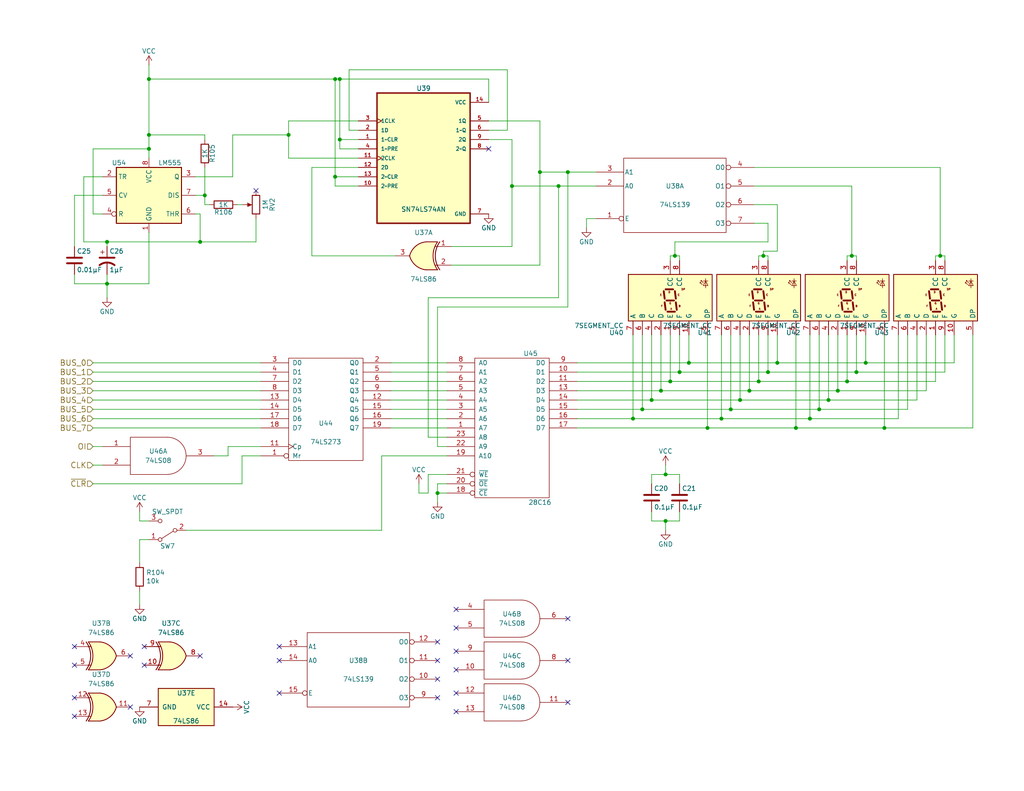
<source format=kicad_sch>
(kicad_sch (version 20230121) (generator eeschema)
  (paper "USLetter")
  (lib_symbols
    (symbol "74xx:74LS86" (pin_names (offset 1.016))
      (property "Reference" "U" (at 0 1.27 0))
      (property "Value" "74LS86" (at 0 -1.27 0))
      (symbol "74LS86_1_0"
        (arc (start -4.4196 -3.81) (mid -3.2033 0) (end -4.4196 3.81) (stroke (width 0.254)))
        (arc (start -3.81 -3.81) (mid -2.589 0) (end -3.81 3.81) (stroke (width 0.254)))
        (arc (start -0.6096 -3.81) (mid 2.1842 -2.5851) (end 3.81 0) (stroke (width 0.254)) (fill (type background)))
        (polyline (pts (xy -3.81 -3.81) (xy -0.635 -3.81)) (stroke (width 0.254)) (fill (type background)))
        (polyline (pts (xy -3.81 3.81) (xy -0.635 3.81)) (stroke (width 0.254)) (fill (type background)))
        (polyline (pts (xy -0.635 3.81) (xy -3.81 3.81) (xy -3.81 3.81) (xy -3.556 3.4036) (xy -3.0226 2.2606) (xy -2.6924 1.0414) (xy -2.6162 -0.254) (xy -2.7686 -1.4986) (xy -3.175 -2.7178) (xy -3.81 -3.81) (xy -3.81 -3.81) (xy -0.635 -3.81)) (stroke (width -25.4)) (fill (type background)))
        (arc (start 3.81 0) (mid 2.1915 2.5936) (end -0.6096 3.81) (stroke (width 0.254)) (fill (type background)))
        (pin input line (at -7.62 2.54 0) (length 4.445) (name "~") (number "1"))
        (pin input line (at -7.62 -2.54 0) (length 4.445) (name "~") (number "2"))
        (pin output line (at 7.62 0 180) (length 3.81) (name "~") (number "3"))
      )
      (symbol "74LS86_1_1"
        (polyline (pts (xy -3.81 -2.54) (xy -3.175 -2.54)) (stroke (width 0.1524)))
        (polyline (pts (xy -3.81 2.54) (xy -3.175 2.54)) (stroke (width 0.1524)))
      )
      (symbol "74LS86_2_0"
        (arc (start -4.4196 -3.81) (mid -3.2033 0) (end -4.4196 3.81) (stroke (width 0.254)))
        (arc (start -3.81 -3.81) (mid -2.589 0) (end -3.81 3.81) (stroke (width 0.254)))
        (arc (start -0.6096 -3.81) (mid 2.1842 -2.5851) (end 3.81 0) (stroke (width 0.254)) (fill (type background)))
        (polyline (pts (xy -3.81 -3.81) (xy -0.635 -3.81)) (stroke (width 0.254)) (fill (type background)))
        (polyline (pts (xy -3.81 3.81) (xy -0.635 3.81)) (stroke (width 0.254)) (fill (type background)))
        (polyline (pts (xy -0.635 3.81) (xy -3.81 3.81) (xy -3.81 3.81) (xy -3.556 3.4036) (xy -3.0226 2.2606) (xy -2.6924 1.0414) (xy -2.6162 -0.254) (xy -2.7686 -1.4986) (xy -3.175 -2.7178) (xy -3.81 -3.81) (xy -3.81 -3.81) (xy -0.635 -3.81)) (stroke (width -25.4)) (fill (type background)))
        (arc (start 3.81 0) (mid 2.1915 2.5936) (end -0.6096 3.81) (stroke (width 0.254)) (fill (type background)))
        (pin input line (at -7.62 2.54 0) (length 4.445) (name "~") (number "4"))
        (pin input line (at -7.62 -2.54 0) (length 4.445) (name "~") (number "5"))
        (pin output line (at 7.62 0 180) (length 3.81) (name "~") (number "6"))
      )
      (symbol "74LS86_2_1"
        (polyline (pts (xy -3.81 -2.54) (xy -3.175 -2.54)) (stroke (width 0.1524)))
        (polyline (pts (xy -3.81 2.54) (xy -3.175 2.54)) (stroke (width 0.1524)))
      )
      (symbol "74LS86_3_0"
        (arc (start -4.4196 -3.81) (mid -3.2033 0) (end -4.4196 3.81) (stroke (width 0.254)))
        (arc (start -3.81 -3.81) (mid -2.589 0) (end -3.81 3.81) (stroke (width 0.254)))
        (arc (start -0.6096 -3.81) (mid 2.1842 -2.5851) (end 3.81 0) (stroke (width 0.254)) (fill (type background)))
        (polyline (pts (xy -3.81 -3.81) (xy -0.635 -3.81)) (stroke (width 0.254)) (fill (type background)))
        (polyline (pts (xy -3.81 3.81) (xy -0.635 3.81)) (stroke (width 0.254)) (fill (type background)))
        (polyline (pts (xy -0.635 3.81) (xy -3.81 3.81) (xy -3.81 3.81) (xy -3.556 3.4036) (xy -3.0226 2.2606) (xy -2.6924 1.0414) (xy -2.6162 -0.254) (xy -2.7686 -1.4986) (xy -3.175 -2.7178) (xy -3.81 -3.81) (xy -3.81 -3.81) (xy -0.635 -3.81)) (stroke (width -25.4)) (fill (type background)))
        (arc (start 3.81 0) (mid 2.1915 2.5936) (end -0.6096 3.81) (stroke (width 0.254)) (fill (type background)))
        (pin input line (at -7.62 -2.54 0) (length 4.445) (name "~") (number "10"))
        (pin output line (at 7.62 0 180) (length 3.81) (name "~") (number "8"))
        (pin input line (at -7.62 2.54 0) (length 4.445) (name "~") (number "9"))
      )
      (symbol "74LS86_3_1"
        (polyline (pts (xy -3.81 -2.54) (xy -3.175 -2.54)) (stroke (width 0.1524)))
        (polyline (pts (xy -3.81 2.54) (xy -3.175 2.54)) (stroke (width 0.1524)))
      )
      (symbol "74LS86_4_0"
        (arc (start -4.4196 -3.81) (mid -3.2033 0) (end -4.4196 3.81) (stroke (width 0.254)))
        (arc (start -3.81 -3.81) (mid -2.589 0) (end -3.81 3.81) (stroke (width 0.254)))
        (arc (start -0.6096 -3.81) (mid 2.1842 -2.5851) (end 3.81 0) (stroke (width 0.254)) (fill (type background)))
        (polyline (pts (xy -3.81 -3.81) (xy -0.635 -3.81)) (stroke (width 0.254)) (fill (type background)))
        (polyline (pts (xy -3.81 3.81) (xy -0.635 3.81)) (stroke (width 0.254)) (fill (type background)))
        (polyline (pts (xy -0.635 3.81) (xy -3.81 3.81) (xy -3.81 3.81) (xy -3.556 3.4036) (xy -3.0226 2.2606) (xy -2.6924 1.0414) (xy -2.6162 -0.254) (xy -2.7686 -1.4986) (xy -3.175 -2.7178) (xy -3.81 -3.81) (xy -3.81 -3.81) (xy -0.635 -3.81)) (stroke (width -25.4)) (fill (type background)))
        (arc (start 3.81 0) (mid 2.1915 2.5936) (end -0.6096 3.81) (stroke (width 0.254)) (fill (type background)))
        (pin output line (at 7.62 0 180) (length 3.81) (name "~") (number "11"))
        (pin input line (at -7.62 2.54 0) (length 4.445) (name "~") (number "12"))
        (pin input line (at -7.62 -2.54 0) (length 4.445) (name "~") (number "13"))
      )
      (symbol "74LS86_4_1"
        (polyline (pts (xy -3.81 -2.54) (xy -3.175 -2.54)) (stroke (width 0.1524)))
        (polyline (pts (xy -3.81 2.54) (xy -3.175 2.54)) (stroke (width 0.1524)))
      )
      (symbol "74LS86_5_0"
        (pin power_in line (at 0 12.7 270) (length 5.08) (name "VCC") (number "14"))
        (pin power_in line (at 0 -12.7 90) (length 5.08) (name "GND") (number "7"))
      )
      (symbol "74LS86_5_1"
        (rectangle (start -5.08 7.62) (end 5.08 -7.62) (stroke (width 0.254)) (fill (type background)))
      )
    )
    (symbol "8bit-computer-rescue:28C16-8bit-computer-rescue" (pin_names (offset 1.016))
      (property "Reference" "U" (at 5.08 20.32 0))
      (property "Value" "8bit-computer-rescue:28C16" (at 7.62 -20.32 0))
      (symbol "28C16-8bit-computer-rescue_0_0"
        (pin power_in line (at 0 -20.32 90) (length 1.27) hide (name "GND") (number "12"))
        (pin power_in line (at 0 20.32 270) (length 1.27) hide (name "VCC") (number "24"))
      )
      (symbol "28C16-8bit-computer-rescue_0_1"
        (rectangle (start -10.16 19.05) (end 10.16 -19.05))
      )
      (symbol "28C16-8bit-computer-rescue_1_1"
        (pin input line (at -17.78 0 0) (length 7.62) (name "A7") (number "1"))
        (pin tri_state line (at 17.78 15.24 180) (length 7.62) (name "D1") (number "10"))
        (pin tri_state line (at 17.78 12.7 180) (length 7.62) (name "D2") (number "11"))
        (pin tri_state line (at 17.78 10.16 180) (length 7.62) (name "D3") (number "13"))
        (pin tri_state line (at 17.78 7.62 180) (length 7.62) (name "D4") (number "14"))
        (pin tri_state line (at 17.78 5.08 180) (length 7.62) (name "D5") (number "15"))
        (pin tri_state line (at 17.78 2.54 180) (length 7.62) (name "D6") (number "16"))
        (pin tri_state line (at 17.78 0 180) (length 7.62) (name "D7") (number "17"))
        (pin input inverted (at -17.78 -17.78 0) (length 7.62) (name "~{CE}") (number "18"))
        (pin input line (at -17.78 -7.62 0) (length 7.62) (name "A10") (number "19"))
        (pin input line (at -17.78 2.54 0) (length 7.62) (name "A6") (number "2"))
        (pin input inverted (at -17.78 -15.24 0) (length 7.62) (name "~{OE}") (number "20"))
        (pin input inverted (at -17.78 -12.7 0) (length 7.62) (name "~{WE}") (number "21"))
        (pin input line (at -17.78 -5.08 0) (length 7.62) (name "A9") (number "22"))
        (pin input line (at -17.78 -2.54 0) (length 7.62) (name "A8") (number "23"))
        (pin input line (at -17.78 5.08 0) (length 7.62) (name "A5") (number "3"))
        (pin input line (at -17.78 7.62 0) (length 7.62) (name "A4") (number "4"))
        (pin input line (at -17.78 10.16 0) (length 7.62) (name "A3") (number "5"))
        (pin input line (at -17.78 12.7 0) (length 7.62) (name "A2") (number "6"))
        (pin input line (at -17.78 15.24 0) (length 7.62) (name "A1") (number "7"))
        (pin input line (at -17.78 17.78 0) (length 7.62) (name "A0") (number "8"))
        (pin tri_state line (at 17.78 17.78 180) (length 7.62) (name "D0") (number "9"))
      )
    )
    (symbol "8bit-computer-rescue:74LS08-8bit-computer-rescue" (pin_names (offset 0.762))
      (property "Reference" "U" (at 0 1.27 0))
      (property "Value" "8bit-computer-rescue:74LS08" (at 0 -1.27 0))
      (symbol "74LS08-8bit-computer-rescue_0_0"
        (pin power_in line (at -5.08 5.08 90) (length 0) hide (name "VCC") (number "14"))
        (pin power_in line (at -5.08 -5.08 90) (length 0) hide (name "GND") (number "7"))
      )
      (symbol "74LS08-8bit-computer-rescue_0_1"
        (polyline (pts (xy 2.54 5.08) (xy -7.62 5.08) (xy -7.62 -5.08) (xy 2.54 -5.08)))
        (arc (start 2.5654 -5.0546) (mid 7.5947 0.0001) (end 2.5654 5.08))
      )
      (symbol "74LS08-8bit-computer-rescue_0_2"
        (arc (start -7.62 -5.0292) (mid -5.3094 0.0082) (end -7.62 5.0546))
        (arc (start 0 -5.0546) (mid 4.5632 -3.6449) (end 7.5946 0.0508))
        (polyline (pts (xy -7.62 -5.08) (xy 0 -5.08)))
        (polyline (pts (xy -7.62 5.08) (xy 0 5.08)))
        (arc (start 7.62 0) (mid 4.6132 3.6946) (end 0.0508 5.08))
      )
      (symbol "74LS08-8bit-computer-rescue_1_1"
        (pin input line (at -15.24 2.54 0) (length 7.62) (name "~") (number "1"))
        (pin input line (at -15.24 -2.54 0) (length 7.62) (name "~") (number "2"))
        (pin output line (at 15.24 0 180) (length 7.62) (name "~") (number "3"))
      )
      (symbol "74LS08-8bit-computer-rescue_1_2"
        (pin input inverted (at -15.24 2.54 0) (length 9.398) (name "~") (number "1"))
        (pin input inverted (at -15.24 -2.54 0) (length 9.398) (name "~") (number "2"))
        (pin output inverted (at 15.24 0 180) (length 7.62) (name "~") (number "3"))
      )
      (symbol "74LS08-8bit-computer-rescue_2_1"
        (pin input line (at -15.24 2.54 0) (length 7.62) (name "~") (number "4"))
        (pin input line (at -15.24 -2.54 0) (length 7.62) (name "~") (number "5"))
        (pin output line (at 15.24 0 180) (length 7.62) (name "~") (number "6"))
      )
      (symbol "74LS08-8bit-computer-rescue_2_2"
        (pin input inverted (at -15.24 2.54 0) (length 9.398) (name "~") (number "4"))
        (pin input inverted (at -15.24 -2.54 0) (length 9.398) (name "~") (number "5"))
        (pin output inverted (at 15.24 0 180) (length 7.62) (name "~") (number "6"))
      )
      (symbol "74LS08-8bit-computer-rescue_3_1"
        (pin input line (at -15.24 -2.54 0) (length 7.62) (name "~") (number "10"))
        (pin output line (at 15.24 0 180) (length 7.62) (name "~") (number "8"))
        (pin input line (at -15.24 2.54 0) (length 7.62) (name "~") (number "9"))
      )
      (symbol "74LS08-8bit-computer-rescue_3_2"
        (pin input inverted (at -15.24 -2.54 0) (length 9.398) (name "~") (number "10"))
        (pin output inverted (at 15.24 0 180) (length 7.62) (name "~") (number "8"))
        (pin input inverted (at -15.24 2.54 0) (length 9.398) (name "~") (number "9"))
      )
      (symbol "74LS08-8bit-computer-rescue_4_1"
        (pin output line (at 15.24 0 180) (length 7.62) (name "~") (number "11"))
        (pin input line (at -15.24 2.54 0) (length 7.62) (name "~") (number "12"))
        (pin input line (at -15.24 -2.54 0) (length 7.62) (name "~") (number "13"))
      )
      (symbol "74LS08-8bit-computer-rescue_4_2"
        (pin output inverted (at 15.24 0 180) (length 7.62) (name "~") (number "11"))
        (pin input inverted (at -15.24 2.54 0) (length 9.398) (name "~") (number "12"))
        (pin input inverted (at -15.24 -2.54 0) (length 9.398) (name "~") (number "13"))
      )
    )
    (symbol "8bit-computer-rescue:74LS139-8bit-computer-rescue" (pin_names (offset 0.254))
      (property "Reference" "U" (at 0 2.54 0))
      (property "Value" "8bit-computer-rescue:74LS139" (at 0 -2.54 0))
      (symbol "74LS139-8bit-computer-rescue_0_0"
        (rectangle (start -13.97 -10.16) (end 13.97 10.16))
        (pin power_in line (at -11.43 10.16 90) (length 0) hide (name "VCC") (number "16"))
        (pin power_in line (at -11.43 -10.16 90) (length 0) hide (name "GND") (number "8"))
      )
      (symbol "74LS139-8bit-computer-rescue_1_1"
        (pin input inverted (at -21.59 -6.35 0) (length 7.62) (name "E") (number "1"))
        (pin input line (at -21.59 2.54 0) (length 7.62) (name "A0") (number "2"))
        (pin input line (at -21.59 6.35 0) (length 7.62) (name "A1") (number "3"))
        (pin output inverted (at 21.59 7.62 180) (length 7.62) (name "O0") (number "4"))
        (pin output inverted (at 21.59 2.54 180) (length 7.62) (name "O1") (number "5"))
        (pin output inverted (at 21.59 -2.54 180) (length 7.62) (name "O2") (number "6"))
        (pin output inverted (at 21.59 -7.62 180) (length 7.62) (name "O3") (number "7"))
      )
      (symbol "74LS139-8bit-computer-rescue_2_1"
        (pin output inverted (at 21.59 -2.54 180) (length 7.62) (name "O2") (number "10"))
        (pin output inverted (at 21.59 2.54 180) (length 7.62) (name "O1") (number "11"))
        (pin output inverted (at 21.59 7.62 180) (length 7.62) (name "O0") (number "12"))
        (pin input line (at -21.59 6.35 0) (length 7.62) (name "A1") (number "13"))
        (pin input line (at -21.59 2.54 0) (length 7.62) (name "A0") (number "14"))
        (pin input inverted (at -21.59 -6.35 0) (length 7.62) (name "E") (number "15"))
        (pin output inverted (at 21.59 -7.62 180) (length 7.62) (name "O3") (number "9"))
      )
    )
    (symbol "8bit-computer-rescue:74LS273-8bit-computer-rescue" (pin_names (offset 1.016))
      (property "Reference" "U" (at 0 -3.81 0))
      (property "Value" "8bit-computer-rescue:74LS273" (at 0 -8.89 0))
      (symbol "74LS273-8bit-computer-rescue_0_0"
        (pin power_in line (at -7.62 -13.97 90) (length 0) hide (name "GND") (number "10"))
        (pin power_in line (at -7.62 13.97 90) (length 0) hide (name "VCC") (number "20"))
      )
      (symbol "74LS273-8bit-computer-rescue_0_1"
        (rectangle (start -10.16 13.97) (end 10.16 -13.97))
      )
      (symbol "74LS273-8bit-computer-rescue_1_1"
        (pin input inverted (at -17.78 -12.7 0) (length 7.62) (name "Mr") (number "1"))
        (pin input clock (at -17.78 -10.16 0) (length 7.62) (name "Cp") (number "11"))
        (pin output line (at 17.78 2.54 180) (length 7.62) (name "Q4") (number "12"))
        (pin input line (at -17.78 2.54 0) (length 7.62) (name "D4") (number "13"))
        (pin input line (at -17.78 0 0) (length 7.62) (name "D5") (number "14"))
        (pin output line (at 17.78 0 180) (length 7.62) (name "Q5") (number "15"))
        (pin output line (at 17.78 -2.54 180) (length 7.62) (name "Q6") (number "16"))
        (pin input line (at -17.78 -2.54 0) (length 7.62) (name "D6") (number "17"))
        (pin input line (at -17.78 -5.08 0) (length 7.62) (name "D7") (number "18"))
        (pin output line (at 17.78 -5.08 180) (length 7.62) (name "Q7") (number "19"))
        (pin output line (at 17.78 12.7 180) (length 7.62) (name "Q0") (number "2"))
        (pin input line (at -17.78 12.7 0) (length 7.62) (name "D0") (number "3"))
        (pin input line (at -17.78 10.16 0) (length 7.62) (name "D1") (number "4"))
        (pin output line (at 17.78 10.16 180) (length 7.62) (name "Q1") (number "5"))
        (pin output line (at 17.78 7.62 180) (length 7.62) (name "Q2") (number "6"))
        (pin input line (at -17.78 7.62 0) (length 7.62) (name "D2") (number "7"))
        (pin input line (at -17.78 5.08 0) (length 7.62) (name "D3") (number "8"))
        (pin output line (at 17.78 5.08 180) (length 7.62) (name "Q3") (number "9"))
      )
    )
    (symbol "8bit-computer-rescue:7SEGMENT_CC-8bit-computer-rescue" (pin_names (offset 0.635))
      (property "Reference" "U" (at -12.7 9.525 0))
      (property "Value" "8bit-computer-rescue:7SEGMENT_CC" (at -12.7 7.62 0))
      (symbol "7SEGMENT_CC-8bit-computer-rescue_0_0"
        (text "A" (at 0.254 3.048 0) (effects (font (size 0.508 0.508))))
        (text "B" (at 2.54 2.286 0) (effects (font (size 0.508 0.508))))
        (text "C" (at 2.286 -0.762 0) (effects (font (size 0.508 0.508))))
        (text "D" (at -0.254 -1.524 0) (effects (font (size 0.508 0.508))))
        (text "DP" (at 3.556 -2.286 0) (effects (font (size 0.508 0.508))))
        (text "E" (at -2.54 -0.762 0) (effects (font (size 0.508 0.508))))
        (text "F" (at -2.286 2.286 0) (effects (font (size 0.508 0.508))))
        (text "G" (at 0 1.524 0) (effects (font (size 0.508 0.508))))
      )
      (symbol "7SEGMENT_CC-8bit-computer-rescue_0_1"
        (rectangle (start -11.43 -6.35) (end 11.43 6.35) (stroke (width 0.254)) (fill (type background)))
        (polyline (pts (xy -1.524 0.254) (xy -1.778 -1.778)) (stroke (width 0.508)))
        (polyline (pts (xy -1.27 -2.286) (xy 0.762 -2.286)) (stroke (width 0.508)))
        (polyline (pts (xy -1.27 3.302) (xy -1.524 1.27)) (stroke (width 0.508)))
        (polyline (pts (xy -1.016 0.762) (xy 1.016 0.762)) (stroke (width 0.508)))
        (polyline (pts (xy -0.762 3.81) (xy 1.27 3.81)) (stroke (width 0.508)))
        (polyline (pts (xy 1.524 0.254) (xy 1.27 -1.778)) (stroke (width 0.508)))
        (polyline (pts (xy 1.778 3.302) (xy 1.524 1.27)) (stroke (width 0.508)))
        (polyline (pts (xy 2.54 -2.286) (xy 2.54 -2.286)) (stroke (width 0.508)))
        (polyline (pts (xy 8.763 -3.556) (xy 8.128 -4.191)))
        (polyline (pts (xy 9.017 -4.572) (xy 10.287 -4.572)))
        (polyline (pts (xy 9.017 -4.064) (xy 8.382 -4.699)))
        (polyline (pts (xy 9.652 -5.207) (xy 9.652 -2.667)))
        (polyline (pts (xy 8.128 -3.937) (xy 8.128 -4.191) (xy 8.382 -4.191)))
        (polyline (pts (xy 8.382 -4.445) (xy 8.382 -4.699) (xy 8.636 -4.699)))
        (polyline (pts (xy 9.017 -3.302) (xy 10.287 -3.302) (xy 9.652 -4.572) (xy 9.017 -3.302)))
      )
      (symbol "7SEGMENT_CC-8bit-computer-rescue_1_1"
        (pin input line (at 0 10.16 270) (length 3.81) (name "E") (number "1"))
        (pin input line (at 5.08 10.16 270) (length 3.81) (name "G") (number "10"))
        (pin input line (at -2.54 10.16 270) (length 3.81) (name "D") (number "2"))
        (pin input line (at 0 -10.16 90) (length 3.81) (name "CC") (number "3"))
        (pin input line (at -5.08 10.16 270) (length 3.81) (name "C") (number "4"))
        (pin input line (at 10.16 10.16 270) (length 3.81) (name "DP") (number "5"))
        (pin input line (at -7.62 10.16 270) (length 3.81) (name "B") (number "6"))
        (pin input line (at -10.16 10.16 270) (length 3.81) (name "A") (number "7"))
        (pin input line (at 2.54 -10.16 90) (length 3.81) (name "CC") (number "8"))
        (pin input line (at 2.54 10.16 270) (length 3.81) (name "F") (number "9"))
      )
    )
    (symbol "8bit-computer-rescue:CP1-Device" (pin_numbers hide) (pin_names (offset 0.254) hide)
      (property "Reference" "C" (at 0.635 2.54 0))
      (property "Value" "Device:CP1" (at 0.635 -2.54 0))
      (symbol "CP1-Device_0_1"
        (polyline (pts (xy -2.032 0.762) (xy 2.032 0.762)) (stroke (width 0.508)))
        (polyline (pts (xy -1.778 2.286) (xy -0.762 2.286)))
        (polyline (pts (xy -1.27 1.778) (xy -1.27 2.794)))
        (arc (start 2.032 -1.27) (mid 0 -0.5572) (end -2.032 -1.27) (stroke (width 0.508)))
      )
      (symbol "CP1-Device_1_1"
        (pin passive line (at 0 3.81 270) (length 2.794) (name "~") (number "1"))
        (pin passive line (at 0 -3.81 90) (length 3.302) (name "~") (number "2"))
      )
    )
    (symbol "8bit-computer-rescue:LM555-8bit-computer-rescue"
      (property "Reference" "U" (at -10.16 8.89 0))
      (property "Value" "8bit-computer-rescue:LM555" (at 2.54 8.89 0))
      (symbol "LM555-8bit-computer-rescue_0_0"
        (pin power_in line (at 0 -10.16 90) (length 2.54) (name "GND") (number "1"))
        (pin power_in line (at 0 10.16 270) (length 2.54) (name "VCC") (number "8"))
      )
      (symbol "LM555-8bit-computer-rescue_0_1"
        (rectangle (start -8.89 -7.62) (end 8.89 7.62) (stroke (width 0.254)) (fill (type background)))
        (rectangle (start -8.89 -7.62) (end 8.89 7.62) (stroke (width 0.254)) (fill (type background)))
      )
      (symbol "LM555-8bit-computer-rescue_1_1"
        (pin input line (at -12.7 5.08 0) (length 3.81) (name "TR") (number "2"))
        (pin output line (at 12.7 5.08 180) (length 3.81) (name "Q") (number "3"))
        (pin input inverted (at -12.7 -5.08 0) (length 3.81) (name "R") (number "4"))
        (pin input line (at -12.7 0 0) (length 3.81) (name "CV") (number "5"))
        (pin input line (at 12.7 -5.08 180) (length 3.81) (name "THR") (number "6"))
        (pin input line (at 12.7 0 180) (length 3.81) (name "DIS") (number "7"))
      )
    )
    (symbol "8bit-computer-rescue:POT-8bit-computer-rescue" (pin_numbers hide) (pin_names (offset 1.016) hide)
      (property "Reference" "RV" (at -4.445 0 90))
      (property "Value" "8bit-computer-rescue:POT" (at -2.54 0 90))
      (symbol "POT-8bit-computer-rescue_0_1"
        (polyline (pts (xy 2.54 0) (xy 1.524 0)))
        (polyline (pts (xy 1.143 0) (xy 2.286 0.508) (xy 2.286 -0.508)) (fill (type outline)))
        (rectangle (start 1.016 2.54) (end -1.016 -2.54) (stroke (width 0.254)))
      )
      (symbol "POT-8bit-computer-rescue_1_1"
        (pin passive line (at 0 3.81 270) (length 1.27) (name "1") (number "1"))
        (pin passive line (at 3.81 0 180) (length 1.27) (name "2") (number "2"))
        (pin passive line (at 0 -3.81 90) (length 1.27) (name "3") (number "3"))
      )
    )
    (symbol "8bit-computer-rescue:SW_SPDT-8bit-computer-rescue" (pin_names (offset 0) hide)
      (property "Reference" "SW" (at 0 4.318 0))
      (property "Value" "8bit-computer-rescue:SW_SPDT" (at 0 -5.08 0))
      (symbol "SW_SPDT-8bit-computer-rescue_0_0"
        (circle (center -2.032 0) (radius 0.508))
        (circle (center 2.032 -2.54) (radius 0.508))
      )
      (symbol "SW_SPDT-8bit-computer-rescue_0_1"
        (polyline (pts (xy -1.524 0.254) (xy 1.651 2.286)))
        (circle (center 2.032 2.54) (radius 0.508))
      )
      (symbol "SW_SPDT-8bit-computer-rescue_1_1"
        (pin passive line (at 5.08 2.54 180) (length 2.54) (name "A") (number "1"))
        (pin passive line (at -5.08 0 0) (length 2.54) (name "B") (number "2"))
        (pin passive line (at 5.08 -2.54 180) (length 2.54) (name "C") (number "3"))
      )
    )
    (symbol "Device:C" (pin_numbers hide) (pin_names (offset 0.254))
      (property "Reference" "C" (at 0.635 2.54 0))
      (property "Value" "C" (at 0.635 -2.54 0))
      (symbol "C_0_1"
        (polyline (pts (xy -2.032 -0.762) (xy 2.032 -0.762)) (stroke (width 0.508)))
        (polyline (pts (xy -2.032 0.762) (xy 2.032 0.762)) (stroke (width 0.508)))
      )
      (symbol "C_1_1"
        (pin passive line (at 0 3.81 270) (length 2.794) (name "~") (number "1"))
        (pin passive line (at 0 -3.81 90) (length 2.794) (name "~") (number "2"))
      )
    )
    (symbol "Device:R" (pin_numbers hide) (pin_names (offset 0))
      (property "Reference" "R" (at 2.032 0 90))
      (property "Value" "R" (at 0 0 90))
      (symbol "R_0_1"
        (rectangle (start -1.016 -2.54) (end 1.016 2.54) (stroke (width 0.254)))
      )
      (symbol "R_1_1"
        (pin passive line (at 0 3.81 270) (length 1.27) (name "~") (number "1"))
        (pin passive line (at 0 -3.81 90) (length 1.27) (name "~") (number "2"))
      )
    )
    (symbol "SN74LS74AN:SN74LS74AN" (pin_names (offset 1.016))
      (property "Reference" "U" (at -12.7 18.78 0))
      (property "Value" "SN74LS74AN" (at -12.7 -21.78 0))
      (symbol "SN74LS74AN_0_0"
        (rectangle (start -12.7 -17.78) (end 12.7 17.78) (stroke (width 0.41)) (fill (type background)))
        (pin input line (at -17.78 5.08 0) (length 5.08) (name "1~CLR") (number "1"))
        (pin input line (at -17.78 -7.62 0) (length 5.08) (name "2~PRE") (number "10"))
        (pin input clock (at -17.78 0 0) (length 5.08) (name "2CLK") (number "11"))
        (pin input line (at -17.78 -2.54 0) (length 5.08) (name "2D") (number "12"))
        (pin input line (at -17.78 -5.08 0) (length 5.08) (name "2~CLR") (number "13"))
        (pin power_in line (at 17.78 15.24 180) (length 5.08) (name "VCC") (number "14"))
        (pin input line (at -17.78 7.62 0) (length 5.08) (name "1D") (number "2"))
        (pin input clock (at -17.78 10.16 0) (length 5.08) (name "1CLK") (number "3"))
        (pin input line (at -17.78 2.54 0) (length 5.08) (name "1~PRE") (number "4"))
        (pin output line (at 17.78 10.16 180) (length 5.08) (name "1Q") (number "5"))
        (pin output line (at 17.78 7.62 180) (length 5.08) (name "1~Q") (number "6"))
        (pin power_in line (at 17.78 -15.24 180) (length 5.08) (name "GND") (number "7"))
        (pin output line (at 17.78 2.54 180) (length 5.08) (name "2~Q") (number "8"))
        (pin output line (at 17.78 5.08 180) (length 5.08) (name "2Q") (number "9"))
      )
    )
    (symbol "power:GND" (power) (pin_names (offset 0))
      (property "Value" "GND" (at 0 -3.81 0))
      (symbol "GND_0_1"
        (polyline (pts (xy 0 0) (xy 0 -1.27) (xy 1.27 -1.27) (xy 0 -2.54) (xy -1.27 -1.27) (xy 0 -1.27)))
      )
      (symbol "GND_1_1"
        (pin power_in line (at 0 0 270) (length 0) hide (name "GND") (number "1"))
      )
    )
    (symbol "power:VCC" (power) (pin_names (offset 0))
      (property "Value" "VCC" (at 0 3.81 0))
      (symbol "VCC_0_1"
        (polyline (pts (xy -0.762 1.27) (xy 0 2.54)))
        (polyline (pts (xy 0 0) (xy 0 2.54)))
        (polyline (pts (xy 0 2.54) (xy 0.762 1.27)))
      )
      (symbol "VCC_1_1"
        (pin power_in line (at 0 0 90) (length 0) hide (name "VCC") (number "1"))
      )
    )
  )
  (junction (at 196.85 114.3))
  (junction (at 217.17 116.84))
  (junction (at 78.74 36.83))
  (junction (at 193.04 116.84))
  (junction (at 236.22 99.06))
  (junction (at 147.32 46.99))
  (junction (at 182.88 104.14))
  (junction (at 220.98 114.3))
  (junction (at 40.64 21.59))
  (junction (at 233.68 101.6))
  (junction (at 54.61 66.04))
  (junction (at 29.21 66.04))
  (junction (at 181.61 142.24))
  (junction (at 172.72 114.3))
  (junction (at 212.09 99.06))
  (junction (at 228.6 106.68))
  (junction (at 181.61 129.54))
  (junction (at 29.21 77.47))
  (junction (at 40.64 36.83))
  (junction (at 232.41 69.85))
  (junction (at 223.52 111.76))
  (junction (at 231.14 104.14))
  (junction (at 209.55 101.6))
  (junction (at 177.8 109.22))
  (junction (at 91.44 21.59))
  (junction (at 139.7 50.8))
  (junction (at 201.93 109.22))
  (junction (at 55.88 53.34))
  (junction (at 187.96 99.06))
  (junction (at 91.44 48.26))
  (junction (at 208.28 69.85))
  (junction (at 152.4 50.8))
  (junction (at 154.94 46.99))
  (junction (at 184.15 69.85))
  (junction (at 180.34 106.68))
  (junction (at 204.47 106.68))
  (junction (at 207.01 104.14))
  (junction (at 199.39 111.76))
  (junction (at 226.06 109.22))
  (junction (at 119.38 134.62))
  (junction (at 241.3 116.84))
  (junction (at 92.71 21.59))
  (junction (at 185.42 101.6))
  (junction (at 256.54 69.85))
  (junction (at 40.64 40.64))
  (junction (at 175.26 111.76))
  (junction (at 92.71 38.1))
  (no_connect (at 154.94 180.34))
  (no_connect (at 119.38 180.34))
  (no_connect (at 124.46 177.8))
  (no_connect (at 35.56 179.07))
  (no_connect (at 39.37 176.53))
  (no_connect (at 35.56 193.04))
  (no_connect (at 154.94 168.91))
  (no_connect (at 124.46 166.37))
  (no_connect (at 119.38 175.26))
  (no_connect (at 133.35 40.64))
  (no_connect (at 20.32 195.58))
  (no_connect (at 76.2 180.34))
  (no_connect (at 20.32 181.61))
  (no_connect (at 76.2 176.53))
  (no_connect (at 39.37 181.61))
  (no_connect (at 119.38 190.5))
  (no_connect (at 124.46 171.45))
  (no_connect (at 124.46 182.88))
  (no_connect (at 76.2 189.23))
  (no_connect (at 124.46 189.23))
  (no_connect (at 20.32 190.5))
  (no_connect (at 69.85 52.07))
  (no_connect (at 154.94 191.77))
  (no_connect (at 119.38 185.42))
  (no_connect (at 20.32 176.53))
  (no_connect (at 54.61 179.07))
  (no_connect (at 124.46 194.31))
  (wire (pts (xy 106.68 104.14) (xy 121.92 104.14)))
  (wire (pts (xy 185.42 142.24) (xy 185.42 139.7)))
  (wire (pts (xy 185.42 69.85) (xy 185.42 71.12)))
  (wire (pts (xy 25.4 58.42) (xy 25.4 40.64)))
  (wire (pts (xy 71.12 114.3) (xy 25.4 114.3)))
  (wire (pts (xy 95.25 35.56) (xy 97.79 35.56)))
  (wire (pts (xy 172.72 114.3) (xy 196.85 114.3)))
  (wire (pts (xy 91.44 48.26) (xy 91.44 21.59)))
  (wire (pts (xy 22.86 66.04) (xy 29.21 66.04)))
  (wire (pts (xy 40.64 36.83) (xy 40.64 40.64)))
  (wire (pts (xy 220.98 114.3) (xy 220.98 91.44)))
  (wire (pts (xy 162.56 59.69) (xy 160.02 59.69)))
  (wire (pts (xy 185.42 129.54) (xy 185.42 132.08)))
  (wire (pts (xy 157.48 101.6) (xy 185.42 101.6)))
  (wire (pts (xy 116.84 81.28) (xy 116.84 119.38)))
  (wire (pts (xy 212.09 55.88) (xy 205.74 55.88)))
  (wire (pts (xy 38.1 147.32) (xy 38.1 153.67)))
  (wire (pts (xy 212.09 68.58) (xy 212.09 55.88)))
  (wire (pts (xy 265.43 116.84) (xy 265.43 91.44)))
  (wire (pts (xy 208.28 68.58) (xy 212.09 68.58)))
  (wire (pts (xy 29.21 77.47) (xy 29.21 81.28)))
  (wire (pts (xy 29.21 66.04) (xy 29.21 67.31)))
  (wire (pts (xy 66.04 132.08) (xy 66.04 124.46)))
  (wire (pts (xy 20.32 74.93) (xy 20.32 77.47)))
  (wire (pts (xy 66.04 124.46) (xy 71.12 124.46)))
  (wire (pts (xy 78.74 33.02) (xy 78.74 36.83)))
  (wire (pts (xy 152.4 81.28) (xy 116.84 81.28)))
  (wire (pts (xy 232.41 69.85) (xy 233.68 69.85)))
  (wire (pts (xy 85.09 69.85) (xy 107.95 69.85)))
  (wire (pts (xy 104.14 124.46) (xy 121.92 124.46)))
  (wire (pts (xy 106.68 99.06) (xy 121.92 99.06)))
  (wire (pts (xy 95.25 19.05) (xy 95.25 35.56)))
  (wire (pts (xy 184.15 66.04) (xy 209.55 66.04)))
  (wire (pts (xy 106.68 101.6) (xy 121.92 101.6)))
  (wire (pts (xy 119.38 83.82) (xy 154.94 83.82)))
  (wire (pts (xy 29.21 77.47) (xy 40.64 77.47)))
  (wire (pts (xy 157.48 99.06) (xy 187.96 99.06)))
  (wire (pts (xy 217.17 116.84) (xy 217.17 91.44)))
  (wire (pts (xy 133.35 27.94) (xy 133.35 21.59)))
  (wire (pts (xy 226.06 109.22) (xy 250.19 109.22)))
  (wire (pts (xy 20.32 77.47) (xy 29.21 77.47)))
  (wire (pts (xy 256.54 69.85) (xy 257.81 69.85)))
  (wire (pts (xy 62.23 124.46) (xy 62.23 121.92)))
  (wire (pts (xy 55.88 53.34) (xy 55.88 55.88)))
  (wire (pts (xy 201.93 109.22) (xy 226.06 109.22)))
  (wire (pts (xy 207.01 104.14) (xy 231.14 104.14)))
  (wire (pts (xy 208.28 69.85) (xy 208.28 68.58)))
  (wire (pts (xy 78.74 36.83) (xy 78.74 43.18)))
  (wire (pts (xy 236.22 99.06) (xy 236.22 91.44)))
  (wire (pts (xy 25.4 111.76) (xy 71.12 111.76)))
  (wire (pts (xy 182.88 91.44) (xy 182.88 104.14)))
  (wire (pts (xy 91.44 48.26) (xy 97.79 48.26)))
  (wire (pts (xy 209.55 60.96) (xy 205.74 60.96)))
  (wire (pts (xy 157.48 114.3) (xy 172.72 114.3)))
  (wire (pts (xy 160.02 59.69) (xy 160.02 62.23)))
  (wire (pts (xy 193.04 91.44) (xy 193.04 116.84)))
  (wire (pts (xy 187.96 99.06) (xy 212.09 99.06)))
  (wire (pts (xy 27.94 53.34) (xy 20.32 53.34)))
  (wire (pts (xy 58.42 124.46) (xy 62.23 124.46)))
  (wire (pts (xy 92.71 38.1) (xy 92.71 21.59)))
  (wire (pts (xy 255.27 104.14) (xy 255.27 91.44)))
  (wire (pts (xy 157.48 109.22) (xy 177.8 109.22)))
  (wire (pts (xy 177.8 142.24) (xy 181.61 142.24)))
  (wire (pts (xy 91.44 50.8) (xy 91.44 48.26)))
  (wire (pts (xy 182.88 69.85) (xy 184.15 69.85)))
  (wire (pts (xy 119.38 134.62) (xy 121.92 134.62)))
  (wire (pts (xy 121.92 114.3) (xy 106.68 114.3)))
  (wire (pts (xy 231.14 104.14) (xy 231.14 91.44)))
  (wire (pts (xy 232.41 50.8) (xy 205.74 50.8)))
  (wire (pts (xy 147.32 33.02) (xy 147.32 46.99)))
  (wire (pts (xy 97.79 45.72) (xy 85.09 45.72)))
  (wire (pts (xy 27.94 58.42) (xy 25.4 58.42)))
  (wire (pts (xy 209.55 101.6) (xy 233.68 101.6)))
  (wire (pts (xy 139.7 50.8) (xy 152.4 50.8)))
  (wire (pts (xy 181.61 142.24) (xy 181.61 144.78)))
  (wire (pts (xy 53.34 48.26) (xy 63.5 48.26)))
  (wire (pts (xy 29.21 66.04) (xy 54.61 66.04)))
  (wire (pts (xy 199.39 111.76) (xy 199.39 91.44)))
  (wire (pts (xy 228.6 106.68) (xy 252.73 106.68)))
  (wire (pts (xy 116.84 119.38) (xy 121.92 119.38)))
  (wire (pts (xy 231.14 71.12) (xy 231.14 69.85)))
  (wire (pts (xy 220.98 114.3) (xy 245.11 114.3)))
  (wire (pts (xy 55.88 36.83) (xy 40.64 36.83)))
  (wire (pts (xy 114.3 132.08) (xy 114.3 134.62)))
  (wire (pts (xy 181.61 127) (xy 181.61 129.54)))
  (wire (pts (xy 64.77 55.88) (xy 66.04 55.88)))
  (wire (pts (xy 175.26 111.76) (xy 175.26 91.44)))
  (wire (pts (xy 20.32 53.34) (xy 20.32 67.31)))
  (wire (pts (xy 97.79 40.64) (xy 92.71 40.64)))
  (wire (pts (xy 177.8 139.7) (xy 177.8 142.24)))
  (wire (pts (xy 212.09 99.06) (xy 212.09 91.44)))
  (wire (pts (xy 29.21 74.93) (xy 29.21 77.47)))
  (wire (pts (xy 157.48 111.76) (xy 175.26 111.76)))
  (wire (pts (xy 62.23 121.92) (xy 71.12 121.92)))
  (wire (pts (xy 233.68 69.85) (xy 233.68 71.12)))
  (wire (pts (xy 139.7 38.1) (xy 139.7 50.8)))
  (wire (pts (xy 201.93 109.22) (xy 201.93 91.44)))
  (wire (pts (xy 260.35 99.06) (xy 260.35 91.44)))
  (wire (pts (xy 185.42 101.6) (xy 185.42 91.44)))
  (wire (pts (xy 212.09 99.06) (xy 236.22 99.06)))
  (wire (pts (xy 133.35 35.56) (xy 138.43 35.56)))
  (wire (pts (xy 152.4 50.8) (xy 152.4 81.28)))
  (wire (pts (xy 157.48 104.14) (xy 182.88 104.14)))
  (wire (pts (xy 226.06 109.22) (xy 226.06 91.44)))
  (wire (pts (xy 154.94 46.99) (xy 154.94 83.82)))
  (wire (pts (xy 217.17 116.84) (xy 241.3 116.84)))
  (wire (pts (xy 257.81 101.6) (xy 257.81 91.44)))
  (wire (pts (xy 95.25 19.05) (xy 138.43 19.05)))
  (wire (pts (xy 232.41 69.85) (xy 232.41 50.8)))
  (wire (pts (xy 139.7 50.8) (xy 139.7 67.31)))
  (wire (pts (xy 38.1 161.29) (xy 38.1 165.1)))
  (wire (pts (xy 121.92 132.08) (xy 119.38 132.08)))
  (wire (pts (xy 257.81 69.85) (xy 257.81 71.12)))
  (wire (pts (xy 40.64 17.78) (xy 40.64 21.59)))
  (wire (pts (xy 53.34 53.34) (xy 55.88 53.34)))
  (wire (pts (xy 175.26 111.76) (xy 199.39 111.76)))
  (wire (pts (xy 241.3 116.84) (xy 265.43 116.84)))
  (wire (pts (xy 223.52 111.76) (xy 247.65 111.76)))
  (wire (pts (xy 119.38 121.92) (xy 121.92 121.92)))
  (wire (pts (xy 147.32 46.99) (xy 147.32 72.39)))
  (wire (pts (xy 22.86 48.26) (xy 22.86 66.04)))
  (wire (pts (xy 71.12 104.14) (xy 25.4 104.14)))
  (wire (pts (xy 116.84 129.54) (xy 121.92 129.54)))
  (wire (pts (xy 123.19 67.31) (xy 139.7 67.31)))
  (wire (pts (xy 177.8 132.08) (xy 177.8 129.54)))
  (wire (pts (xy 97.79 33.02) (xy 78.74 33.02)))
  (wire (pts (xy 25.4 106.68) (xy 71.12 106.68)))
  (wire (pts (xy 241.3 116.84) (xy 241.3 91.44)))
  (wire (pts (xy 106.68 106.68) (xy 121.92 106.68)))
  (wire (pts (xy 181.61 129.54) (xy 185.42 129.54)))
  (wire (pts (xy 187.96 99.06) (xy 187.96 91.44)))
  (wire (pts (xy 133.35 33.02) (xy 147.32 33.02)))
  (wire (pts (xy 199.39 111.76) (xy 223.52 111.76)))
  (wire (pts (xy 63.5 36.83) (xy 78.74 36.83)))
  (wire (pts (xy 152.4 50.8) (xy 162.56 50.8)))
  (wire (pts (xy 196.85 114.3) (xy 196.85 91.44)))
  (wire (pts (xy 185.42 101.6) (xy 209.55 101.6)))
  (wire (pts (xy 138.43 19.05) (xy 138.43 35.56)))
  (wire (pts (xy 25.4 40.64) (xy 40.64 40.64)))
  (wire (pts (xy 236.22 99.06) (xy 260.35 99.06)))
  (wire (pts (xy 255.27 69.85) (xy 256.54 69.85)))
  (wire (pts (xy 209.55 66.04) (xy 209.55 60.96)))
  (wire (pts (xy 92.71 21.59) (xy 133.35 21.59)))
  (wire (pts (xy 184.15 69.85) (xy 185.42 69.85)))
  (wire (pts (xy 205.74 45.72) (xy 256.54 45.72)))
  (wire (pts (xy 247.65 111.76) (xy 247.65 91.44)))
  (wire (pts (xy 177.8 109.22) (xy 201.93 109.22)))
  (wire (pts (xy 250.19 109.22) (xy 250.19 91.44)))
  (wire (pts (xy 25.4 101.6) (xy 71.12 101.6)))
  (wire (pts (xy 182.88 71.12) (xy 182.88 69.85)))
  (wire (pts (xy 106.68 116.84) (xy 121.92 116.84)))
  (wire (pts (xy 157.48 116.84) (xy 193.04 116.84)))
  (wire (pts (xy 181.61 142.24) (xy 185.42 142.24)))
  (wire (pts (xy 55.88 45.72) (xy 55.88 53.34)))
  (wire (pts (xy 172.72 91.44) (xy 172.72 114.3)))
  (wire (pts (xy 180.34 106.68) (xy 204.47 106.68)))
  (wire (pts (xy 133.35 38.1) (xy 139.7 38.1)))
  (wire (pts (xy 71.12 109.22) (xy 25.4 109.22)))
  (wire (pts (xy 71.12 99.06) (xy 25.4 99.06)))
  (wire (pts (xy 228.6 106.68) (xy 228.6 91.44)))
  (wire (pts (xy 147.32 46.99) (xy 154.94 46.99)))
  (wire (pts (xy 252.73 106.68) (xy 252.73 91.44)))
  (wire (pts (xy 182.88 104.14) (xy 207.01 104.14)))
  (wire (pts (xy 97.79 43.18) (xy 78.74 43.18)))
  (wire (pts (xy 25.4 127) (xy 27.94 127)))
  (wire (pts (xy 106.68 111.76) (xy 121.92 111.76)))
  (wire (pts (xy 54.61 58.42) (xy 53.34 58.42)))
  (wire (pts (xy 255.27 71.12) (xy 255.27 69.85)))
  (wire (pts (xy 123.19 72.39) (xy 147.32 72.39)))
  (wire (pts (xy 245.11 114.3) (xy 245.11 91.44)))
  (wire (pts (xy 231.14 69.85) (xy 232.41 69.85)))
  (wire (pts (xy 207.01 104.14) (xy 207.01 91.44)))
  (wire (pts (xy 114.3 134.62) (xy 116.84 134.62)))
  (wire (pts (xy 25.4 132.08) (xy 66.04 132.08)))
  (wire (pts (xy 116.84 134.62) (xy 116.84 129.54)))
  (wire (pts (xy 50.8 144.78) (xy 104.14 144.78)))
  (wire (pts (xy 184.15 69.85) (xy 184.15 66.04)))
  (wire (pts (xy 204.47 106.68) (xy 228.6 106.68)))
  (wire (pts (xy 25.4 121.92) (xy 27.94 121.92)))
  (wire (pts (xy 223.52 111.76) (xy 223.52 91.44)))
  (wire (pts (xy 119.38 83.82) (xy 119.38 121.92)))
  (wire (pts (xy 55.88 38.1) (xy 55.88 36.83)))
  (wire (pts (xy 91.44 21.59) (xy 92.71 21.59)))
  (wire (pts (xy 40.64 21.59) (xy 91.44 21.59)))
  (wire (pts (xy 204.47 106.68) (xy 204.47 91.44)))
  (wire (pts (xy 209.55 91.44) (xy 209.55 101.6)))
  (wire (pts (xy 40.64 147.32) (xy 38.1 147.32)))
  (wire (pts (xy 121.92 109.22) (xy 106.68 109.22)))
  (wire (pts (xy 92.71 38.1) (xy 97.79 38.1)))
  (wire (pts (xy 54.61 66.04) (xy 69.85 66.04)))
  (wire (pts (xy 207.01 69.85) (xy 208.28 69.85)))
  (wire (pts (xy 207.01 71.12) (xy 207.01 69.85)))
  (wire (pts (xy 177.8 129.54) (xy 181.61 129.54)))
  (wire (pts (xy 40.64 21.59) (xy 40.64 36.83)))
  (wire (pts (xy 209.55 69.85) (xy 209.55 71.12)))
  (wire (pts (xy 25.4 116.84) (xy 71.12 116.84)))
  (wire (pts (xy 97.79 50.8) (xy 91.44 50.8)))
  (wire (pts (xy 69.85 66.04) (xy 69.85 59.69)))
  (wire (pts (xy 180.34 106.68) (xy 180.34 91.44)))
  (wire (pts (xy 119.38 132.08) (xy 119.38 134.62)))
  (wire (pts (xy 40.64 40.64) (xy 40.64 43.18)))
  (wire (pts (xy 233.68 101.6) (xy 257.81 101.6)))
  (wire (pts (xy 92.71 40.64) (xy 92.71 38.1)))
  (wire (pts (xy 40.64 77.47) (xy 40.64 63.5)))
  (wire (pts (xy 157.48 106.68) (xy 180.34 106.68)))
  (wire (pts (xy 177.8 109.22) (xy 177.8 91.44)))
  (wire (pts (xy 38.1 142.24) (xy 40.64 142.24)))
  (wire (pts (xy 54.61 66.04) (xy 54.61 58.42)))
  (wire (pts (xy 55.88 55.88) (xy 57.15 55.88)))
  (wire (pts (xy 231.14 104.14) (xy 255.27 104.14)))
  (wire (pts (xy 27.94 48.26) (xy 22.86 48.26)))
  (wire (pts (xy 85.09 45.72) (xy 85.09 69.85)))
  (wire (pts (xy 256.54 45.72) (xy 256.54 69.85)))
  (wire (pts (xy 193.04 116.84) (xy 217.17 116.84)))
  (wire (pts (xy 208.28 69.85) (xy 209.55 69.85)))
  (wire (pts (xy 119.38 134.62) (xy 119.38 137.16)))
  (wire (pts (xy 154.94 46.99) (xy 162.56 46.99)))
  (wire (pts (xy 38.1 139.7) (xy 38.1 142.24)))
  (wire (pts (xy 233.68 91.44) (xy 233.68 101.6)))
  (wire (pts (xy 196.85 114.3) (xy 220.98 114.3)))
  (wire (pts (xy 63.5 48.26) (xy 63.5 36.83)))
  (wire (pts (xy 104.14 144.78) (xy 104.14 124.46)))
  (hierarchical_label "BUS_5" (shape input) (at 25.4 111.76 180) (effects (font (size 1.524 1.524))))
  (hierarchical_label "~{CLR}" (shape input) (at 25.4 132.08 180) (effects (font (size 1.524 1.524))))
  (hierarchical_label "BUS_0" (shape input) (at 25.4 99.06 180) (effects (font (size 1.524 1.524))))
  (hierarchical_label "BUS_6" (shape input) (at 25.4 114.3 180) (effects (font (size 1.524 1.524))))
  (hierarchical_label "BUS_3" (shape input) (at 25.4 106.68 180) (effects (font (size 1.524 1.524))))
  (hierarchical_label "BUS_1" (shape input) (at 25.4 101.6 180) (effects (font (size 1.524 1.524))))
  (hierarchical_label "BUS_2" (shape input) (at 25.4 104.14 180) (effects (font (size 1.524 1.524))))
  (hierarchical_label "BUS_7" (shape input) (at 25.4 116.84 180) (effects (font (size 1.524 1.524))))
  (hierarchical_label "BUS_4" (shape input) (at 25.4 109.22 180) (effects (font (size 1.524 1.524))))
  (hierarchical_label "CLK" (shape input) (at 25.4 127 180) (effects (font (size 1.524 1.524))))
  (hierarchical_label "OI" (shape input) (at 25.4 121.92 180) (effects (font (size 1.524 1.524))))
  (symbol (lib_id "8bit-computer-rescue:28C16-8bit-computer-rescue") (at 139.7 116.84 0) (unit 1)
    (property "Reference" "U45" (at 144.78 96.52 0))
    (property "Value" "28C16" (at 147.32 137.16 0))
    (property "Footprint" "Package_DIP:DIP-24_W15.24mm_Socket" (effects hide))
  )
  (symbol (lib_id "8bit-computer-rescue:7SEGMENT_CC-8bit-computer-rescue") (at 255.27 81.28 0) (mirror x) (unit 1)
    (property "Reference" "U43" (at 242.57 90.805 0) (effects (justify right)))
    (property "Value" "7SEGMENT_CC" (at 242.57 88.9 0) (effects (justify right)))
    (property "Footprint" "Display_7Segment:7SegmentLED_LTS6760_LTS6780" (effects hide))
  )
  (symbol (lib_id "8bit-computer-rescue:7SEGMENT_CC-8bit-computer-rescue") (at 231.14 81.28 0) (mirror x) (unit 1)
    (property "Reference" "U42" (at 218.44 90.805 0) (effects (justify right)))
    (property "Value" "7SEGMENT_CC" (at 218.44 88.9 0) (effects (justify right)))
    (property "Footprint" "Display_7Segment:7SegmentLED_LTS6760_LTS6780" (effects hide))
  )
  (symbol (lib_id "8bit-computer-rescue:7SEGMENT_CC-8bit-computer-rescue") (at 182.88 81.28 0) (mirror x) (unit 1)
    (property "Reference" "U40" (at 170.18 90.805 0) (effects (justify right)))
    (property "Value" "7SEGMENT_CC" (at 170.18 88.9 0) (effects (justify right)))
    (property "Footprint" "Display_7Segment:7SegmentLED_LTS6760_LTS6780" (effects hide))
  )
  (symbol (lib_id "8bit-computer-rescue:7SEGMENT_CC-8bit-computer-rescue") (at 207.01 81.28 0) (mirror x) (unit 1)
    (property "Reference" "U41" (at 194.31 90.805 0) (effects (justify right)))
    (property "Value" "7SEGMENT_CC" (at 194.31 88.9 0) (effects (justify right)))
    (property "Footprint" "Display_7Segment:7SegmentLED_LTS6760_LTS6780" (effects hide))
  )
  (symbol (lib_id "8bit-computer-rescue:74LS08-8bit-computer-rescue") (at 43.18 124.46 0) (unit 1)
    (property "Reference" "U46" (at 43.18 123.19 0))
    (property "Value" "74LS08" (at 43.18 125.73 0))
    (property "Footprint" "Package_DIP:DIP-14_W7.62mm" (effects hide))
  )
  (symbol (lib_id "8bit-computer-rescue:74LS139-8bit-computer-rescue") (at 184.15 53.34 0) (unit 1)
    (property "Reference" "U38" (at 184.15 50.8 0))
    (property "Value" "74LS139" (at 184.15 55.88 0))
    (property "Footprint" "Package_DIP:DIP-16_W7.62mm" (effects hide))
  )
  (symbol (lib_id "8bit-computer-rescue:74LS273-8bit-computer-rescue") (at 88.9 111.76 0) (unit 1)
    (property "Reference" "U44" (at 88.9 115.57 0))
    (property "Value" "74LS273" (at 88.9 120.65 0))
    (property "Footprint" "Package_DIP:DIP-20_W7.62mm" (effects hide))
  )
  (symbol (lib_id "power:GND") (at 160.02 62.23 0) (unit 1)
    (property "Reference" "#PWR059" (effects hide))
    (property "Value" "GND" (at 160.02 66.04 0))
  )
  (symbol (lib_id "power:VCC") (at 40.64 17.78 0) (unit 1)
    (property "Reference" "#PWR061" (effects hide))
    (property "Value" "VCC" (at 40.64 13.97 0))
  )
  (symbol (lib_id "8bit-computer-rescue:SW_SPDT-8bit-computer-rescue") (at 45.72 144.78 180) (unit 1)
    (property "Reference" "SW7" (at 45.72 149.098 0))
    (property "Value" "SW_SPDT" (at 45.72 139.7 0))
    (property "Footprint" "8bit-custom-footprints:DPDT-pushbutton" (effects hide))
  )
  (symbol (lib_id "power:VCC") (at 38.1 139.7 0) (unit 1)
    (property "Reference" "#PWR062" (effects hide))
    (property "Value" "VCC" (at 38.1 135.89 0))
  )
  (symbol (lib_id "power:GND") (at 38.1 165.1 0) (unit 1)
    (property "Reference" "#PWR063" (effects hide))
    (property "Value" "GND" (at 38.1 168.91 0))
  )
  (symbol (lib_id "power:GND") (at 119.38 137.16 0) (unit 1)
    (property "Reference" "#PWR064" (effects hide))
    (property "Value" "GND" (at 119.38 140.97 0))
  )
  (symbol (lib_id "power:VCC") (at 114.3 132.08 0) (unit 1)
    (property "Reference" "#PWR065" (effects hide))
    (property "Value" "VCC" (at 114.3 128.27 0))
  )
  (symbol (lib_id "8bit-computer-rescue:74LS139-8bit-computer-rescue") (at 97.79 182.88 0) (unit 2)
    (property "Reference" "U38" (at 97.79 180.34 0))
    (property "Value" "74LS139" (at 97.79 185.42 0))
    (property "Footprint" "Package_DIP:DIP-16_W7.62mm" (effects hide))
  )
  (symbol (lib_id "8bit-computer-rescue:74LS08-8bit-computer-rescue") (at 139.7 168.91 0) (unit 2)
    (property "Reference" "U46" (at 139.7 167.64 0))
    (property "Value" "74LS08" (at 139.7 170.18 0))
    (property "Footprint" "Package_DIP:DIP-14_W7.62mm" (effects hide))
  )
  (symbol (lib_id "8bit-computer-rescue:74LS08-8bit-computer-rescue") (at 139.7 180.34 0) (unit 3)
    (property "Reference" "U46" (at 139.7 179.07 0))
    (property "Value" "74LS08" (at 139.7 181.61 0))
    (property "Footprint" "Package_DIP:DIP-14_W7.62mm" (effects hide))
  )
  (symbol (lib_id "8bit-computer-rescue:74LS08-8bit-computer-rescue") (at 139.7 191.77 0) (unit 4)
    (property "Reference" "U46" (at 139.7 190.5 0))
    (property "Value" "74LS08" (at 139.7 193.04 0))
    (property "Footprint" "Package_DIP:DIP-14_W7.62mm" (effects hide))
  )
  (symbol (lib_id "Device:C") (at 177.8 135.89 0) (unit 1)
    (property "Reference" "C20" (at 178.435 133.35 0) (effects (justify left)))
    (property "Value" "0.1µF" (at 178.435 138.43 0) (effects (justify left)))
    (property "Footprint" "Capacitor_THT:C_Disc_D4.3mm_W1.9mm_P5.00mm" (effects hide))
  )
  (symbol (lib_id "power:VCC") (at 181.61 127 0) (unit 1)
    (property "Reference" "#PWR066" (effects hide))
    (property "Value" "VCC" (at 181.61 123.19 0))
  )
  (symbol (lib_id "power:GND") (at 181.61 144.78 0) (unit 1)
    (property "Reference" "#PWR067" (effects hide))
    (property "Value" "GND" (at 181.61 148.59 0))
  )
  (symbol (lib_id "Device:C") (at 185.42 135.89 0) (unit 1)
    (property "Reference" "C21" (at 186.055 133.35 0) (effects (justify left)))
    (property "Value" "0.1µF" (at 186.055 138.43 0) (effects (justify left)))
    (property "Footprint" "Capacitor_THT:C_Disc_D4.3mm_W1.9mm_P5.00mm" (effects hide))
  )
  (symbol (lib_id "Device:R") (at 38.1 157.48 0) (unit 1)
    (property "Reference" "R104" (at 39.878 156.3116 0) (effects (justify left)))
    (property "Value" "10k" (at 39.878 158.623 0) (effects (justify left)))
    (property "Footprint" "Resistor_THT:R_Axial_DIN0207_L6.3mm_D2.5mm_P7.62mm_Horizontal" (effects hide))
  )
  (symbol (lib_id "Device:R") (at 55.88 41.91 0) (unit 1)
    (property "Reference" "R105" (at 57.912 41.91 90))
    (property "Value" "1K" (at 55.88 41.91 90))
    (property "Footprint" "Resistor_THT:R_Axial_DIN0207_L6.3mm_D2.5mm_P7.62mm_Horizontal" (effects hide))
  )
  (symbol (lib_id "8bit-computer-rescue:CP1-Device") (at 29.21 71.12 0) (unit 1)
    (property "Reference" "C26" (at 29.845 68.58 0) (effects (justify left)))
    (property "Value" "1µF" (at 29.845 73.66 0) (effects (justify left)))
    (property "Footprint" "Capacitor_THT:CP_Radial_D5.0mm_P2.00mm" (effects hide))
  )
  (symbol (lib_id "8bit-computer-rescue:LM555-8bit-computer-rescue") (at 40.64 53.34 0) (unit 1)
    (property "Reference" "U54" (at 30.48 44.45 0) (effects (justify left)))
    (property "Value" "LM555" (at 43.18 44.45 0) (effects (justify left)))
    (property "Footprint" "Package_DIP:DIP-8_W7.62mm" (effects hide))
  )
  (symbol (lib_id "power:VCC") (at 63.5 193.04 270) (unit 1)
    (property "Reference" "#PWR083" (effects hide))
    (property "Value" "VCC" (at 67.31 193.04 0))
  )
  (symbol (lib_id "power:GND") (at 29.21 81.28 0) (unit 1)
    (property "Reference" "#PWR0101" (effects hide))
    (property "Value" "GND" (at 29.21 85.09 0))
  )
  (symbol (lib_id "74xx:74LS86") (at 27.94 193.04 0) (unit 4)
    (property "Reference" "U37" (at 27.6352 184.15 0))
    (property "Value" "74LS86" (at 27.6352 186.69 0))
    (property "Footprint" "Package_DIP:DIP-14_W7.62mm" (effects hide))
    (property "Datasheet" "74xx/74ls86.pdf" (effects hide))
  )
  (symbol (lib_id "74xx:74LS86") (at 46.99 179.07 0) (unit 3)
    (property "Reference" "U37" (at 46.6852 170.18 0))
    (property "Value" "74LS86" (at 46.6852 172.72 0))
    (property "Footprint" "Package_DIP:DIP-14_W7.62mm" (effects hide))
    (property "Datasheet" "74xx/74ls86.pdf" (effects hide))
  )
  (symbol (lib_id "Device:C") (at 20.32 71.12 0) (unit 1)
    (property "Reference" "C25" (at 20.955 68.58 0) (effects (justify left)))
    (property "Value" "0.01µF" (at 20.955 73.66 0) (effects (justify left)))
    (property "Footprint" "Capacitor_THT:C_Disc_D4.3mm_W1.9mm_P5.00mm" (effects hide))
  )
  (symbol (lib_id "power:GND") (at 38.1 193.04 0) (unit 1)
    (property "Reference" "#PWR082" (effects hide))
    (property "Value" "GND" (at 38.1 196.85 0))
  )
  (symbol (lib_id "74xx:74LS86") (at 115.57 69.85 0) (mirror y) (unit 1)
    (property "Reference" "U37" (at 115.57 63.5 0))
    (property "Value" "74LS86" (at 115.57 76.2 0))
    (property "Footprint" "Package_DIP:DIP-14_W7.62mm" (effects hide))
    (property "Datasheet" "74xx/74ls86.pdf" (effects hide))
  )
  (symbol (lib_id "8bit-computer-rescue:POT-8bit-computer-rescue") (at 69.85 55.88 180) (unit 1)
    (property "Reference" "RV2" (at 74.295 55.88 90))
    (property "Value" "1M" (at 72.39 55.88 90))
    (property "Footprint" "8bit-custom-footprints:Potentiometer-5.5mm" (effects hide))
  )
  (symbol (lib_id "74xx:74LS86") (at 50.8 193.04 270) (unit 5)
    (property "Reference" "U37" (at 50.8 189.23 90))
    (property "Value" "74LS86" (at 50.8 196.85 90))
    (property "Footprint" "Package_DIP:DIP-14_W7.62mm" (effects hide))
    (property "Datasheet" "74xx/74ls86.pdf" (effects hide))
  )
  (symbol (lib_id "SN74LS74AN:SN74LS74AN") (at 115.57 43.18 0) (unit 1)
    (property "Reference" "U39" (at 115.57 24.13 0))
    (property "Value" "SN74LS74AN" (at 115.57 57.15 0))
    (property "Footprint" "8bit-custom-footprints:DIP794W45P254L1969H508Q14" (effects hide))
    (property "MF" "Texas Instruments" (effects hide))
    (property "Description" "\nDual D-type pos.-edge-triggered flip-flops with preset and clear\n" (effects hide))
    (property "Package" "PDIP-14 Texas Instruments" (effects hide))
    (property "Price" "None" (effects hide))
    (property "SnapEDA_Link" "https://www.snapeda.com/parts/SN74LS74AN/Texas+Instruments/view-part/?ref=snap" (effects hide))
    (property "MP" "SN74LS74AN" (effects hide))
    (property "Purchase-URL" "https://www.snapeda.com/api/url_track_click_mouser/?unipart_id=580893&manufacturer=Texas Instruments&part_name=SN74LS74AN&search_term=None" (effects hide))
    (property "Availability" "In Stock" (effects hide))
    (property "Check_prices" "https://www.snapeda.com/parts/SN74LS74AN/Texas+Instruments/view-part/?ref=eda" (effects hide))
  )
  (symbol (lib_id "74xx:74LS86") (at 27.94 179.07 0) (unit 2)
    (property "Reference" "U37" (at 27.6352 170.18 0))
    (property "Value" "74LS86" (at 27.6352 172.72 0))
    (property "Footprint" "Package_DIP:DIP-14_W7.62mm" (effects hide))
    (property "Datasheet" "74xx/74ls86.pdf" (effects hide))
  )
  (symbol (lib_id "Device:R") (at 60.96 55.88 270) (unit 1)
    (property "Reference" "R106" (at 60.96 57.912 90))
    (property "Value" "1K" (at 60.96 55.88 90))
    (property "Footprint" "Resistor_THT:R_Axial_DIN0207_L6.3mm_D2.5mm_P7.62mm_Horizontal" (effects hide))
  )
  (symbol (lib_id "power:GND") (at 133.35 58.42 0) (unit 1)
    (property "Reference" "#PWR060" (effects hide))
    (property "Value" "GND" (at 133.35 62.23 0))
  )
)
</source>
